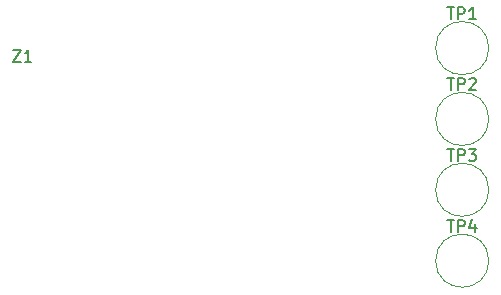
<source format=gbr>
%TF.GenerationSoftware,KiCad,Pcbnew,(5.1.12)-1*%
%TF.CreationDate,2022-06-15T15:17:17-04:00*%
%TF.ProjectId,flex_interface_x4,666c6578-5f69-46e7-9465-72666163655f,rev?*%
%TF.SameCoordinates,Original*%
%TF.FileFunction,Legend,Top*%
%TF.FilePolarity,Positive*%
%FSLAX46Y46*%
G04 Gerber Fmt 4.6, Leading zero omitted, Abs format (unit mm)*
G04 Created by KiCad (PCBNEW (5.1.12)-1) date 2022-06-15 15:17:17*
%MOMM*%
%LPD*%
G01*
G04 APERTURE LIST*
%ADD10C,0.120000*%
%ADD11C,0.150000*%
G04 APERTURE END LIST*
D10*
%TO.C,TP4*%
X135250000Y-98000000D02*
G75*
G03*
X135250000Y-98000000I-2250000J0D01*
G01*
%TO.C,TP3*%
X135250000Y-92000000D02*
G75*
G03*
X135250000Y-92000000I-2250000J0D01*
G01*
%TO.C,TP2*%
X135250000Y-86000000D02*
G75*
G03*
X135250000Y-86000000I-2250000J0D01*
G01*
%TO.C,TP1*%
X135250000Y-80000000D02*
G75*
G03*
X135250000Y-80000000I-2250000J0D01*
G01*
%TO.C,Z1*%
D11*
X94953556Y-80138020D02*
X95620222Y-80138020D01*
X94953556Y-81138020D01*
X95620222Y-81138020D01*
X96524984Y-81138020D02*
X95953556Y-81138020D01*
X96239270Y-81138020D02*
X96239270Y-80138020D01*
X96144032Y-80280878D01*
X96048794Y-80376116D01*
X95953556Y-80423735D01*
%TO.C,TP4*%
X131738095Y-94554380D02*
X132309523Y-94554380D01*
X132023809Y-95554380D02*
X132023809Y-94554380D01*
X132642857Y-95554380D02*
X132642857Y-94554380D01*
X133023809Y-94554380D01*
X133119047Y-94602000D01*
X133166666Y-94649619D01*
X133214285Y-94744857D01*
X133214285Y-94887714D01*
X133166666Y-94982952D01*
X133119047Y-95030571D01*
X133023809Y-95078190D01*
X132642857Y-95078190D01*
X134071428Y-94887714D02*
X134071428Y-95554380D01*
X133833333Y-94506761D02*
X133595238Y-95221047D01*
X134214285Y-95221047D01*
%TO.C,TP3*%
X131738095Y-88554380D02*
X132309523Y-88554380D01*
X132023809Y-89554380D02*
X132023809Y-88554380D01*
X132642857Y-89554380D02*
X132642857Y-88554380D01*
X133023809Y-88554380D01*
X133119047Y-88602000D01*
X133166666Y-88649619D01*
X133214285Y-88744857D01*
X133214285Y-88887714D01*
X133166666Y-88982952D01*
X133119047Y-89030571D01*
X133023809Y-89078190D01*
X132642857Y-89078190D01*
X133547619Y-88554380D02*
X134166666Y-88554380D01*
X133833333Y-88935333D01*
X133976190Y-88935333D01*
X134071428Y-88982952D01*
X134119047Y-89030571D01*
X134166666Y-89125809D01*
X134166666Y-89363904D01*
X134119047Y-89459142D01*
X134071428Y-89506761D01*
X133976190Y-89554380D01*
X133690476Y-89554380D01*
X133595238Y-89506761D01*
X133547619Y-89459142D01*
%TO.C,TP2*%
X131738095Y-82554380D02*
X132309523Y-82554380D01*
X132023809Y-83554380D02*
X132023809Y-82554380D01*
X132642857Y-83554380D02*
X132642857Y-82554380D01*
X133023809Y-82554380D01*
X133119047Y-82602000D01*
X133166666Y-82649619D01*
X133214285Y-82744857D01*
X133214285Y-82887714D01*
X133166666Y-82982952D01*
X133119047Y-83030571D01*
X133023809Y-83078190D01*
X132642857Y-83078190D01*
X133595238Y-82649619D02*
X133642857Y-82602000D01*
X133738095Y-82554380D01*
X133976190Y-82554380D01*
X134071428Y-82602000D01*
X134119047Y-82649619D01*
X134166666Y-82744857D01*
X134166666Y-82840095D01*
X134119047Y-82982952D01*
X133547619Y-83554380D01*
X134166666Y-83554380D01*
%TO.C,TP1*%
X131738095Y-76554380D02*
X132309523Y-76554380D01*
X132023809Y-77554380D02*
X132023809Y-76554380D01*
X132642857Y-77554380D02*
X132642857Y-76554380D01*
X133023809Y-76554380D01*
X133119047Y-76602000D01*
X133166666Y-76649619D01*
X133214285Y-76744857D01*
X133214285Y-76887714D01*
X133166666Y-76982952D01*
X133119047Y-77030571D01*
X133023809Y-77078190D01*
X132642857Y-77078190D01*
X134166666Y-77554380D02*
X133595238Y-77554380D01*
X133880952Y-77554380D02*
X133880952Y-76554380D01*
X133785714Y-76697238D01*
X133690476Y-76792476D01*
X133595238Y-76840095D01*
%TD*%
M02*

</source>
